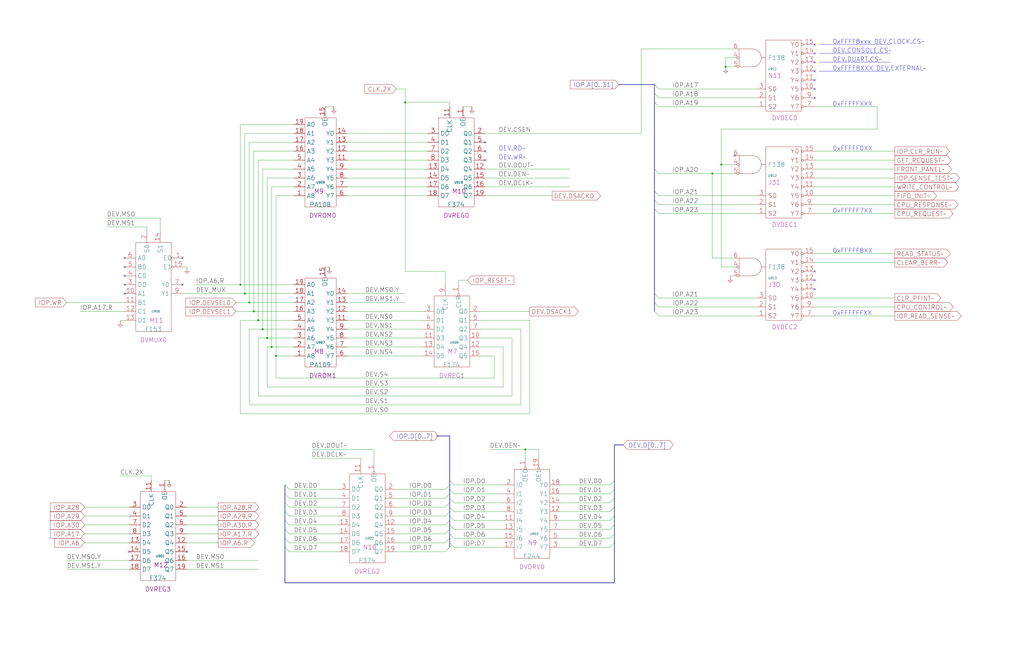
<source format=kicad_sch>
(kicad_sch (version 20230121) (generator eeschema)
  (paper "User" 584.2 378.46)
  (title_block (title "DEVICES\\nINTERFACE LOGIC") (date "22-SEP-90") (rev "2.0") (comment 1 "IOC") (comment 2 "232-003061") (comment 3 "S400") (comment 4 "RELEASED"))
  (lib_symbols
    (symbol "r1000:F138" (pin_names (offset 1.016) hide)
      (property "Reference" "U" (at 1.27 3.81 0))
      (property "Value" "F138" (at -1.27 10.16 0))
      (property "Location" "___" (at -1.27 0 0))
      (property "Name" "______" (at 8.255 -24.13 0))
      (symbol "F138_0_0"
        (arc (start -10.16 5.08) (mid -6.5679 6.5679) (end -5.08 10.16) (stroke (width 0.1524)))
        (arc (start -5.08 10.16) (mid -6.5679 13.7521) (end -10.16 15.24) (stroke (width 0.1524)))
        (polyline (pts (xy -17.78 5.08) (xy -10.16 5.08)) (stroke (width 0.1524)))
        (polyline (pts (xy -17.78 15.24) (xy -10.16 15.24)) (stroke (width 0.1524)))
      )
      (symbol "F138_0_1"
        (circle (center -18.415 5.08) (radius 0.635) (stroke (width 0.1524)))
        (circle (center -18.415 10.16) (radius 0.635) (stroke (width 0.1524)))
        (rectangle (start -2.54 20.32) (end 17.78 -20.32) (stroke (width 0.1524)))
        (polyline (pts (xy -19.05 15.24) (xy -17.78 15.24)) (stroke (width 0.1524)))
        (polyline (pts (xy -17.78 15.24) (xy -17.78 5.08)) (stroke (width 0.1524)))
        (polyline (pts (xy -2.54 10.16) (xy -5.08 10.16)) (stroke (width 0.1524)))
      )
      (symbol "F138_1_1"
        (circle (center 18.415 -17.78) (radius 0.635))
        (circle (center 18.415 -12.7) (radius 0.635))
        (circle (center 18.415 -7.62) (radius 0.635))
        (circle (center 18.415 -2.54) (radius 0.635))
        (circle (center 18.415 2.54) (radius 0.635))
        (circle (center 18.415 7.62) (radius 0.635))
        (circle (center 18.415 12.7) (radius 0.635))
        (circle (center 18.415 17.78) (radius 0.635))
        (text "0" (at 2.54 -7.62 0) (effects (font (size 2.54 2.54))))
        (text "0" (at 15.24 17.78 0) (effects (font (size 2.54 2.54))))
        (text "1" (at 2.54 -12.7 0) (effects (font (size 2.54 2.54))))
        (text "1" (at 15.24 12.7 0) (effects (font (size 2.54 2.54))))
        (text "2" (at 2.54 -17.78 0) (effects (font (size 2.54 2.54))))
        (text "2" (at 15.24 7.62 0) (effects (font (size 2.54 2.54))))
        (text "3" (at 15.24 2.54 0) (effects (font (size 2.54 2.54))))
        (text "4" (at 15.24 -2.54 0) (effects (font (size 2.54 2.54))))
        (text "5" (at 15.24 -7.62 0) (effects (font (size 2.54 2.54))))
        (text "6" (at 15.24 -12.7 0) (effects (font (size 2.54 2.54))))
        (text "7" (at 15.24 -17.78 0) (effects (font (size 2.54 2.54))))
        (text "S" (at 0 -17.78 0) (effects (font (size 2.54 2.54))))
        (text "S" (at 0 -12.7 0) (effects (font (size 2.54 2.54))))
        (text "S" (at 0 -7.62 0) (effects (font (size 2.54 2.54))))
        (text "Y" (at 12.7 -17.78 0) (effects (font (size 2.54 2.54))))
        (text "Y" (at 12.7 -12.7 0) (effects (font (size 2.54 2.54))))
        (text "Y" (at 12.7 -7.62 0) (effects (font (size 2.54 2.54))))
        (text "Y" (at 12.7 -2.54 0) (effects (font (size 2.54 2.54))))
        (text "Y" (at 12.7 2.54 0) (effects (font (size 2.54 2.54))))
        (text "Y" (at 12.7 7.62 0) (effects (font (size 2.54 2.54))))
        (text "Y" (at 12.7 12.7 0) (effects (font (size 2.54 2.54))))
        (text "Y" (at 12.7 17.78 0) (effects (font (size 2.54 2.54))))
        (pin input line (at -7.62 -17.78 0) (length 5.08) (name "S2") (number "1"))
        (pin output line (at 25.4 -7.62 180) (length 6.35) (name "Y5_") (number "10"))
        (pin output line (at 25.4 -2.54 180) (length 6.35) (name "Y4_") (number "11"))
        (pin output line (at 25.4 2.54 180) (length 6.35) (name "Y3_") (number "12"))
        (pin output line (at 25.4 7.62 180) (length 6.35) (name "Y2_") (number "13"))
        (pin output line (at 25.4 12.7 180) (length 6.35) (name "Y1_") (number "14"))
        (pin output line (at 25.4 17.78 180) (length 6.35) (name "Y0_") (number "15"))
        (pin input line (at -7.62 -12.7 0) (length 5.08) (name "S1") (number "2"))
        (pin input line (at -7.62 -7.62 0) (length 5.08) (name "S0") (number "3"))
        (pin input line (at -20.32 10.16 0) (length 1.27) (name "D1") (number "4"))
        (pin input line (at -20.32 5.08 0) (length 1.27) (name "D2") (number "5"))
        (pin input line (at -20.32 15.24 0) (length 1.27) (name "D0") (number "6"))
        (pin output line (at 25.4 -17.78 180) (length 6.35) (name "Y7_") (number "7"))
        (pin output line (at 25.4 -12.7 180) (length 6.35) (name "Y6_") (number "9"))
      )
    )
    (symbol "r1000:F153" (pin_names (offset 1.016))
      (property "Reference" "U" (at 2.54 5.08 0))
      (property "Value" "F153" (at -3.81 -5.08 0))
      (property "Location" "___" (at -1.27 0 0))
      (property "Name" "______" (at 1.27 -12.7 0))
      (symbol "F153_1_1"
        (rectangle (start -8.89 44.45) (end 11.43 -6.35))
        (circle (center 12.065 30.48) (radius 0.635))
        (circle (center 12.065 35.56) (radius 0.635))
        (pin input line (at 17.78 35.56 180) (length 5.08) (name "E0") (number "1"))
        (pin input line (at -15.24 15.24 0) (length 6.35) (name "A1") (number "10"))
        (pin input line (at -15.24 10.16 0) (length 6.35) (name "B1") (number "11"))
        (pin input line (at -15.24 5.08 0) (length 6.35) (name "C1") (number "12"))
        (pin input line (at -15.24 0 0) (length 6.35) (name "D1") (number "13"))
        (pin input line (at 5.08 50.8 270) (length 6.35) (name "S1") (number "14"))
        (pin input line (at 17.78 30.48 180) (length 5.08) (name "E1") (number "15"))
        (pin input line (at -2.54 50.8 270) (length 6.35) (name "S0") (number "2"))
        (pin input line (at -15.24 20.32 0) (length 6.35) (name "D0") (number "3"))
        (pin input line (at -15.24 25.4 0) (length 6.35) (name "C0") (number "4"))
        (pin input line (at -15.24 30.48 0) (length 6.35) (name "B0") (number "5"))
        (pin input line (at -15.24 35.56 0) (length 6.35) (name "A0") (number "6"))
        (pin output line (at 17.78 20.32 180) (length 6.35) (name "Y0") (number "7"))
        (pin output line (at 17.78 15.24 180) (length 6.35) (name "Y1") (number "9"))
      )
    )
    (symbol "r1000:F174" (pin_names (offset 1.016))
      (property "Reference" "U" (at 2.54 5.08 0))
      (property "Value" "F174" (at -3.81 -7.62 0))
      (property "Location" "___" (at -1.27 0 0))
      (property "Name" "______" (at 1.27 -15.24 0))
      (symbol "F174_1_1"
        (rectangle (start -8.89 31.75) (end 11.43 -8.89))
        (circle (center 5.08 32.385) (radius 0.635))
        (pin input line (at 5.08 38.1 270) (length 5.08) (name "CLR") (number "1"))
        (pin output line (at 17.78 7.62 180) (length 6.35) (name "Q3") (number "10"))
        (pin input line (at -15.24 7.62 0) (length 6.35) (name "D3") (number "11"))
        (pin output line (at 17.78 2.54 180) (length 6.35) (name "Q4") (number "12"))
        (pin input line (at -15.24 2.54 0) (length 6.35) (name "D4") (number "13"))
        (pin input line (at -15.24 -2.54 0) (length 6.35) (name "D5") (number "14"))
        (pin output line (at 17.78 -2.54 180) (length 6.35) (name "Q5") (number "15"))
        (pin output line (at 17.78 22.86 180) (length 6.35) (name "Q0") (number "2"))
        (pin input line (at -15.24 22.86 0) (length 6.35) (name "D0") (number "3"))
        (pin input line (at -15.24 17.78 0) (length 6.35) (name "D1") (number "4"))
        (pin output line (at 17.78 17.78 180) (length 6.35) (name "Q1") (number "5"))
        (pin input line (at -15.24 12.7 0) (length 6.35) (name "D2") (number "6"))
        (pin output line (at 17.78 12.7 180) (length 6.35) (name "Q2") (number "7"))
        (pin input line (at -2.54 38.1 270) (length 6.35) (name "CLK") (number "9"))
      )
    )
    (symbol "r1000:F244" (pin_names (offset 1.016))
      (property "Reference" "U" (at 2.54 5.08 0))
      (property "Value" "F244" (at -3.81 -7.62 0))
      (property "Location" "___" (at -1.27 0 0))
      (property "Name" "______" (at 1.27 -15.24 0))
      (symbol "F244_1_1"
        (rectangle (start -8.89 41.91) (end 11.43 -8.89))
        (circle (center -2.54 42.545) (radius 0.635))
        (circle (center 5.08 42.545) (radius 0.635))
        (pin input line (at -2.54 48.26 270) (length 5.08) (name "OE0") (number "1"))
        (pin input line (at -15.24 12.7 0) (length 6.35) (name "I4") (number "11"))
        (pin tri_state line (at 17.78 17.78 180) (length 6.35) (name "Y3") (number "12"))
        (pin input line (at -15.24 7.62 0) (length 6.35) (name "I5") (number "13"))
        (pin tri_state line (at 17.78 22.86 180) (length 6.35) (name "Y2") (number "14"))
        (pin input line (at -15.24 2.54 0) (length 6.35) (name "I6") (number "15"))
        (pin tri_state line (at 17.78 27.94 180) (length 6.35) (name "Y1") (number "16"))
        (pin input line (at -15.24 -2.54 0) (length 6.35) (name "I7") (number "17"))
        (pin tri_state line (at 17.78 33.02 180) (length 6.35) (name "Y0") (number "18"))
        (pin input line (at 5.08 48.26 270) (length 5.08) (name "OE1") (number "19"))
        (pin input line (at -15.24 33.02 0) (length 6.35) (name "I0") (number "2"))
        (pin tri_state line (at 17.78 -2.54 180) (length 6.35) (name "Y7") (number "3"))
        (pin input line (at -15.24 27.94 0) (length 6.35) (name "I1") (number "4"))
        (pin tri_state line (at 17.78 2.54 180) (length 6.35) (name "Y6") (number "5"))
        (pin input line (at -15.24 22.86 0) (length 6.35) (name "I2") (number "6"))
        (pin tri_state line (at 17.78 7.62 180) (length 6.35) (name "Y5") (number "7"))
        (pin input line (at -15.24 17.78 0) (length 6.35) (name "I3") (number "8"))
        (pin tri_state line (at 17.78 12.7 180) (length 6.35) (name "Y4") (number "9"))
      )
    )
    (symbol "r1000:F374" (pin_names (offset 1.016))
      (property "Reference" "U" (at 2.54 5.08 0))
      (property "Value" "F374" (at -3.81 -7.62 0))
      (property "Location" "___" (at -1.27 0 0))
      (property "Name" "______" (at 1.27 -15.24 0))
      (symbol "F374_1_1"
        (rectangle (start -8.89 41.91) (end 11.43 -8.89))
        (circle (center 5.08 42.545) (radius 0.635))
        (pin input line (at 5.08 48.26 270) (length 5.08) (name "OE") (number "1"))
        (pin input line (at -2.54 48.26 270) (length 6.35) (name "CLK") (number "11"))
        (pin tri_state line (at 17.78 12.7 180) (length 6.35) (name "Q4") (number "12"))
        (pin input line (at -15.24 12.7 0) (length 6.35) (name "D4") (number "13"))
        (pin input line (at -15.24 7.62 0) (length 6.35) (name "D5") (number "14"))
        (pin tri_state line (at 17.78 7.62 180) (length 6.35) (name "Q5") (number "15"))
        (pin tri_state line (at 17.78 2.54 180) (length 6.35) (name "Q6") (number "16"))
        (pin input line (at -15.24 2.54 0) (length 6.35) (name "D6") (number "17"))
        (pin input line (at -15.24 -2.54 0) (length 6.35) (name "D7") (number "18"))
        (pin tri_state line (at 17.78 -2.54 180) (length 6.35) (name "Q7") (number "19"))
        (pin tri_state line (at 17.78 33.02 180) (length 6.35) (name "Q0") (number "2"))
        (pin input line (at -15.24 33.02 0) (length 6.35) (name "D0") (number "3"))
        (pin input line (at -15.24 27.94 0) (length 6.35) (name "D1") (number "4"))
        (pin tri_state line (at 17.78 27.94 180) (length 6.35) (name "Q1") (number "5"))
        (pin tri_state line (at 17.78 22.86 180) (length 6.35) (name "Q2") (number "6"))
        (pin input line (at -15.24 22.86 0) (length 6.35) (name "D2") (number "7"))
        (pin input line (at -15.24 17.78 0) (length 6.35) (name "D3") (number "8"))
        (pin tri_state line (at 17.78 17.78 180) (length 6.35) (name "Q3") (number "9"))
      )
    )
    (symbol "r1000:PAxxx" (pin_names (offset 1.016))
      (property "Reference" "U" (at 2.54 5.08 0))
      (property "Value" "PAxxx" (at -3.81 -7.62 0))
      (property "Location" "___" (at -1.27 0 0))
      (property "Name" "______" (at 3.81 -15.24 0))
      (symbol "PAxxx_1_1"
        (rectangle (start -6.35 41.91) (end 11.43 -8.89))
        (circle (center 5.08 42.545) (radius 0.635))
        (pin input line (at -12.7 -2.54 0) (length 6.35) (name "A8") (number "1"))
        (pin tri_state line (at 17.78 17.78 180) (length 6.35) (name "Y3") (number "11"))
        (pin tri_state line (at 17.78 22.86 180) (length 6.35) (name "Y2") (number "12"))
        (pin tri_state line (at 17.78 27.94 180) (length 6.35) (name "Y1") (number "13"))
        (pin tri_state line (at 17.78 33.02 180) (length 6.35) (name "Y0") (number "14"))
        (pin input line (at 5.08 48.26 270) (length 5.08) (name "OE") (number "15"))
        (pin input line (at -12.7 22.86 0) (length 6.35) (name "A3") (number "16"))
        (pin input line (at -12.7 27.94 0) (length 6.35) (name "A2") (number "17"))
        (pin input line (at -12.7 33.02 0) (length 6.35) (name "A1") (number "18"))
        (pin input line (at -12.7 38.1 0) (length 6.35) (name "A0") (number "19"))
        (pin input line (at -12.7 2.54 0) (length 6.35) (name "A7") (number "2"))
        (pin input line (at -12.7 7.62 0) (length 6.35) (name "A6") (number "3"))
        (pin input line (at -12.7 12.7 0) (length 6.35) (name "A5") (number "4"))
        (pin input line (at -12.7 17.78 0) (length 6.35) (name "A4") (number "5"))
        (pin tri_state line (at 17.78 -2.54 180) (length 6.35) (name "Y7") (number "6"))
        (pin tri_state line (at 17.78 2.54 180) (length 6.35) (name "Y6") (number "7"))
        (pin tri_state line (at 17.78 7.62 180) (length 6.35) (name "Y5") (number "8"))
        (pin tri_state line (at 17.78 12.7 180) (length 6.35) (name "Y4") (number "9"))
      )
    )
    (symbol "r1000:PD" (power) (pin_numbers hide) (pin_names hide) (in_bom no)
      (symbol "PD_0_1"
        (polyline (pts (xy 0 -2.54) (xy 1.27 -2.54) (xy 0 -3.81) (xy -1.27 -2.54) (xy 0 -2.54)) (stroke (width 0.1524)))
      )
      (symbol "PD_1_1"
        (pin power_in line (at 0 0 270) (length 2.54) (name "PD") (number "1"))
      )
    )
  )
  (junction (at 411.48 93.98))
  (junction (at 231.14 58.42))
  (junction (at 149.86 187.96))
  (junction (at 299.72 256.54))
  (junction (at 137.16 162.56))
  (junction (at 144.78 177.8))
  (junction (at 406.4 99.06))
  (junction (at 152.4 193.04))
  (junction (at 154.94 198.12))
  (junction (at 157.48 203.2))
  (junction (at 147.32 182.88))
  (junction (at 142.24 172.72))
  (junction (at 414.02 38.1))
  (junction (at 139.7 167.64))
  (no_connect (at 71.12 147.32))
  (no_connect (at 464.82 35.56))
  (no_connect (at 464.82 25.4))
  (no_connect (at 71.12 162.56))
  (no_connect (at 464.82 50.8))
  (no_connect (at 276.86 86.36))
  (no_connect (at 106.68 314.96))
  (no_connect (at 464.82 160.02))
  (no_connect (at 71.12 152.4))
  (no_connect (at 71.12 167.64))
  (no_connect (at 104.14 147.32))
  (no_connect (at 71.12 157.48))
  (no_connect (at 104.14 162.56))
  (no_connect (at 464.82 165.1))
  (no_connect (at 73.66 314.96))
  (no_connect (at 464.82 40.64))
  (no_connect (at 276.86 81.28))
  (no_connect (at 419.1 88.9))
  (no_connect (at 464.82 55.88))
  (no_connect (at 464.82 30.48))
  (no_connect (at 464.82 154.94))
  (no_connect (at 276.86 91.44))
  (no_connect (at 464.82 45.72))
  (bus_entry (at 256.54 279.4) (size 2.54 2.54))
  (bus_entry (at 350.52 289.56) (size -2.54 2.54))
  (bus_entry (at 256.54 284.48) (size 2.54 2.54))
  (bus_entry (at 373.38 48.26) (size 2.54 2.54))
  (bus_entry (at 350.52 284.48) (size -2.54 2.54))
  (bus_entry (at 350.52 299.72) (size -2.54 2.54))
  (bus_entry (at 373.38 96.52) (size 2.54 2.54))
  (bus_entry (at 162.56 302.26) (size 2.54 2.54))
  (bus_entry (at 350.52 274.32) (size -2.54 2.54))
  (bus_entry (at 350.52 304.8) (size -2.54 2.54))
  (bus_entry (at 350.52 309.88) (size -2.54 2.54))
  (bus_entry (at 256.54 292.1) (size -2.54 2.54))
  (bus_entry (at 256.54 297.18) (size -2.54 2.54))
  (bus_entry (at 373.38 119.38) (size 2.54 2.54))
  (bus_entry (at 373.38 172.72) (size 2.54 2.54))
  (bus_entry (at 162.56 297.18) (size 2.54 2.54))
  (bus_entry (at 162.56 307.34) (size 2.54 2.54))
  (bus_entry (at 373.38 58.42) (size 2.54 2.54))
  (bus_entry (at 256.54 287.02) (size -2.54 2.54))
  (bus_entry (at 162.56 287.02) (size 2.54 2.54))
  (bus_entry (at 256.54 294.64) (size 2.54 2.54))
  (bus_entry (at 256.54 281.94) (size -2.54 2.54))
  (bus_entry (at 373.38 177.8) (size 2.54 2.54))
  (bus_entry (at 162.56 276.86) (size 2.54 2.54))
  (bus_entry (at 373.38 167.64) (size 2.54 2.54))
  (bus_entry (at 256.54 312.42) (size -2.54 2.54))
  (bus_entry (at 162.56 292.1) (size 2.54 2.54))
  (bus_entry (at 373.38 114.3) (size 2.54 2.54))
  (bus_entry (at 373.38 109.22) (size 2.54 2.54))
  (bus_entry (at 256.54 276.86) (size -2.54 2.54))
  (bus_entry (at 256.54 309.88) (size 2.54 2.54))
  (bus_entry (at 256.54 307.34) (size -2.54 2.54))
  (bus_entry (at 350.52 279.4) (size -2.54 2.54))
  (bus_entry (at 373.38 53.34) (size 2.54 2.54))
  (bus_entry (at 350.52 294.64) (size -2.54 2.54))
  (bus_entry (at 256.54 302.26) (size -2.54 2.54))
  (bus_entry (at 162.56 312.42) (size 2.54 2.54))
  (bus_entry (at 256.54 304.8) (size 2.54 2.54))
  (bus_entry (at 256.54 299.72) (size 2.54 2.54))
  (bus_entry (at 256.54 289.56) (size 2.54 2.54))
  (bus_entry (at 256.54 274.32) (size 2.54 2.54))
  (bus_entry (at 162.56 281.94) (size 2.54 2.54))
  (wire (pts (xy 411.48 152.4) (xy 419.1 152.4)))
  (wire (pts (xy 375.92 175.26) (xy 431.8 175.26)))
  (wire (pts (xy 185.42 152.4) (xy 187.96 152.4)))
  (wire (pts (xy 83.82 129.54) (xy 83.82 132.08)))
  (wire (pts (xy 142.24 81.28) (xy 142.24 172.72)))
  (wire (pts (xy 177.8 256.54) (xy 213.36 256.54)))
  (wire (pts (xy 137.16 182.88) (xy 147.32 182.88)))
  (wire (pts (xy 167.64 81.28) (xy 142.24 81.28)))
  (wire (pts (xy 375.92 50.8) (xy 431.8 50.8)))
  (wire (pts (xy 165.1 299.72) (xy 193.04 299.72)))
  (bus (pts (xy 162.56 302.26) (xy 162.56 307.34)))
  (wire (pts (xy 411.48 73.66) (xy 411.48 93.98)))
  (wire (pts (xy 231.14 154.94) (xy 231.14 58.42)))
  (wire (pts (xy 292.1 193.04) (xy 292.1 226.06)))
  (wire (pts (xy 375.92 60.96) (xy 431.8 60.96)))
  (wire (pts (xy 144.78 177.8) (xy 167.64 177.8)))
  (bus (pts (xy 162.56 297.18) (xy 162.56 302.26)))
  (wire (pts (xy 256.54 60.96) (xy 256.54 58.42)))
  (bus (pts (xy 373.38 48.26) (xy 373.38 53.34)))
  (wire (pts (xy 86.36 271.78) (xy 86.36 274.32)))
  (wire (pts (xy 147.32 193.04) (xy 152.4 193.04)))
  (bus (pts (xy 256.54 292.1) (xy 256.54 294.64)))
  (wire (pts (xy 406.4 147.32) (xy 419.1 147.32)))
  (wire (pts (xy 165.1 284.48) (xy 193.04 284.48)))
  (wire (pts (xy 411.48 93.98) (xy 419.1 93.98)))
  (wire (pts (xy 167.64 91.44) (xy 147.32 91.44)))
  (wire (pts (xy 152.4 220.98) (xy 287.02 220.98)))
  (polyline (pts (xy 467.36 35.56) (xy 508 35.56)))
  (wire (pts (xy 198.12 86.36) (xy 243.84 86.36)))
  (wire (pts (xy 38.1 325.12) (xy 73.66 325.12)))
  (wire (pts (xy 157.48 111.76) (xy 157.48 203.2)))
  (wire (pts (xy 464.82 96.52) (xy 510.54 96.52)))
  (wire (pts (xy 106.68 320.04) (xy 147.32 320.04)))
  (bus (pts (xy 256.54 297.18) (xy 256.54 299.72)))
  (wire (pts (xy 149.86 187.96) (xy 149.86 96.52)))
  (wire (pts (xy 165.1 304.8) (xy 193.04 304.8)))
  (wire (pts (xy 198.12 96.52) (xy 243.84 96.52)))
  (wire (pts (xy 60.96 129.54) (xy 83.82 129.54)))
  (wire (pts (xy 137.16 71.12) (xy 137.16 162.56)))
  (wire (pts (xy 297.18 231.14) (xy 297.18 187.96)))
  (wire (pts (xy 464.82 149.86) (xy 510.54 149.86)))
  (bus (pts (xy 256.54 284.48) (xy 256.54 287.02)))
  (wire (pts (xy 264.16 60.96) (xy 269.24 60.96)))
  (bus (pts (xy 350.52 274.32) (xy 350.52 279.4)))
  (wire (pts (xy 134.62 177.8) (xy 144.78 177.8)))
  (wire (pts (xy 375.92 55.88) (xy 431.8 55.88)))
  (wire (pts (xy 320.04 292.1) (xy 347.98 292.1)))
  (bus (pts (xy 256.54 302.26) (xy 256.54 304.8)))
  (wire (pts (xy 274.32 193.04) (xy 292.1 193.04)))
  (bus (pts (xy 256.54 307.34) (xy 256.54 309.88)))
  (wire (pts (xy 274.32 182.88) (xy 302.26 182.88)))
  (bus (pts (xy 350.52 299.72) (xy 350.52 304.8)))
  (wire (pts (xy 185.42 60.96) (xy 190.5 60.96)))
  (wire (pts (xy 406.4 99.06) (xy 406.4 147.32)))
  (wire (pts (xy 147.32 226.06) (xy 147.32 193.04)))
  (wire (pts (xy 38.1 320.04) (xy 73.66 320.04)))
  (wire (pts (xy 464.82 60.96) (xy 500.38 60.96)))
  (wire (pts (xy 198.12 91.44) (xy 243.84 91.44)))
  (wire (pts (xy 302.26 236.22) (xy 137.16 236.22)))
  (bus (pts (xy 350.52 309.88) (xy 350.52 332.74)))
  (wire (pts (xy 297.18 187.96) (xy 274.32 187.96)))
  (wire (pts (xy 416.56 157.48) (xy 419.1 157.48)))
  (wire (pts (xy 198.12 187.96) (xy 241.3 187.96)))
  (wire (pts (xy 464.82 101.6) (xy 510.54 101.6)))
  (wire (pts (xy 198.12 172.72) (xy 231.14 172.72)))
  (wire (pts (xy 226.06 279.4) (xy 254 279.4)))
  (wire (pts (xy 276.86 101.6) (xy 325.12 101.6)))
  (polyline (pts (xy 467.36 40.64) (xy 508 40.64)))
  (wire (pts (xy 302.26 182.88) (xy 302.26 236.22)))
  (wire (pts (xy 320.04 281.94) (xy 347.98 281.94)))
  (wire (pts (xy 134.62 172.72) (xy 142.24 172.72)))
  (wire (pts (xy 276.86 111.76) (xy 314.96 111.76)))
  (wire (pts (xy 274.32 203.2) (xy 281.94 203.2)))
  (wire (pts (xy 320.04 276.86) (xy 347.98 276.86)))
  (wire (pts (xy 139.7 167.64) (xy 139.7 76.2)))
  (bus (pts (xy 373.38 172.72) (xy 373.38 177.8)))
  (wire (pts (xy 142.24 172.72) (xy 167.64 172.72)))
  (wire (pts (xy 198.12 198.12) (xy 241.3 198.12)))
  (wire (pts (xy 147.32 182.88) (xy 167.64 182.88)))
  (wire (pts (xy 276.86 106.68) (xy 325.12 106.68)))
  (wire (pts (xy 157.48 215.9) (xy 157.48 203.2)))
  (wire (pts (xy 167.64 187.96) (xy 149.86 187.96)))
  (bus (pts (xy 373.38 167.64) (xy 373.38 172.72)))
  (bus (pts (xy 256.54 248.92) (xy 256.54 274.32)))
  (bus (pts (xy 162.56 276.86) (xy 162.56 281.94)))
  (wire (pts (xy 287.02 220.98) (xy 287.02 198.12)))
  (wire (pts (xy 414.02 38.1) (xy 419.1 38.1)))
  (wire (pts (xy 38.1 172.72) (xy 71.12 172.72)))
  (wire (pts (xy 464.82 91.44) (xy 510.54 91.44)))
  (wire (pts (xy 144.78 177.8) (xy 144.78 86.36)))
  (wire (pts (xy 281.94 203.2) (xy 281.94 215.9)))
  (wire (pts (xy 226.06 314.96) (xy 254 314.96)))
  (wire (pts (xy 198.12 101.6) (xy 243.84 101.6)))
  (wire (pts (xy 154.94 106.68) (xy 167.64 106.68)))
  (wire (pts (xy 104.14 152.4) (xy 106.68 152.4)))
  (wire (pts (xy 464.82 111.76) (xy 510.54 111.76)))
  (bus (pts (xy 350.52 254) (xy 355.6 254)))
  (wire (pts (xy 231.14 58.42) (xy 256.54 58.42)))
  (wire (pts (xy 106.68 304.8) (xy 124.46 304.8)))
  (wire (pts (xy 93.98 274.32) (xy 96.52 274.32)))
  (wire (pts (xy 167.64 198.12) (xy 154.94 198.12)))
  (wire (pts (xy 411.48 93.98) (xy 411.48 152.4)))
  (wire (pts (xy 464.82 121.92) (xy 510.54 121.92)))
  (wire (pts (xy 365.76 76.2) (xy 276.86 76.2)))
  (wire (pts (xy 254 154.94) (xy 231.14 154.94)))
  (bus (pts (xy 162.56 312.42) (xy 162.56 332.74)))
  (wire (pts (xy 414.02 33.02) (xy 414.02 38.1)))
  (wire (pts (xy 231.14 58.42) (xy 231.14 50.8)))
  (wire (pts (xy 419.1 33.02) (xy 414.02 33.02)))
  (wire (pts (xy 226.06 309.88) (xy 254 309.88)))
  (bus (pts (xy 350.52 304.8) (xy 350.52 309.88)))
  (bus (pts (xy 162.56 281.94) (xy 162.56 287.02)))
  (wire (pts (xy 375.92 180.34) (xy 431.8 180.34)))
  (wire (pts (xy 320.04 297.18) (xy 347.98 297.18)))
  (bus (pts (xy 248.92 248.92) (xy 256.54 248.92)))
  (bus (pts (xy 350.52 279.4) (xy 350.52 284.48)))
  (wire (pts (xy 68.58 271.78) (xy 86.36 271.78)))
  (wire (pts (xy 198.12 167.64) (xy 231.14 167.64)))
  (bus (pts (xy 350.52 284.48) (xy 350.52 289.56)))
  (wire (pts (xy 226.06 299.72) (xy 254 299.72)))
  (bus (pts (xy 373.38 96.52) (xy 373.38 109.22)))
  (wire (pts (xy 226.06 294.64) (xy 254 294.64)))
  (wire (pts (xy 198.12 182.88) (xy 241.3 182.88)))
  (wire (pts (xy 464.82 106.68) (xy 510.54 106.68)))
  (wire (pts (xy 375.92 121.92) (xy 431.8 121.92)))
  (wire (pts (xy 152.4 101.6) (xy 152.4 193.04)))
  (bus (pts (xy 256.54 304.8) (xy 256.54 307.34)))
  (wire (pts (xy 299.72 256.54) (xy 307.34 256.54)))
  (wire (pts (xy 375.92 116.84) (xy 431.8 116.84)))
  (wire (pts (xy 106.68 309.88) (xy 124.46 309.88)))
  (wire (pts (xy 500.38 60.96) (xy 500.38 73.66)))
  (wire (pts (xy 111.76 162.56) (xy 137.16 162.56)))
  (wire (pts (xy 154.94 198.12) (xy 152.4 198.12)))
  (wire (pts (xy 259.08 276.86) (xy 287.02 276.86)))
  (bus (pts (xy 162.56 292.1) (xy 162.56 297.18)))
  (wire (pts (xy 165.1 294.64) (xy 193.04 294.64)))
  (wire (pts (xy 259.08 292.1) (xy 287.02 292.1)))
  (wire (pts (xy 259.08 281.94) (xy 287.02 281.94)))
  (wire (pts (xy 406.4 99.06) (xy 419.1 99.06)))
  (wire (pts (xy 142.24 231.14) (xy 297.18 231.14)))
  (wire (pts (xy 261.62 160.02) (xy 266.7 160.02)))
  (wire (pts (xy 259.08 307.34) (xy 287.02 307.34)))
  (wire (pts (xy 167.64 71.12) (xy 137.16 71.12)))
  (wire (pts (xy 279.4 256.54) (xy 299.72 256.54)))
  (bus (pts (xy 256.54 309.88) (xy 256.54 312.42)))
  (wire (pts (xy 464.82 86.36) (xy 510.54 86.36)))
  (bus (pts (xy 162.56 332.74) (xy 350.52 332.74)))
  (wire (pts (xy 464.82 180.34) (xy 510.54 180.34)))
  (bus (pts (xy 162.56 307.34) (xy 162.56 312.42)))
  (bus (pts (xy 256.54 294.64) (xy 256.54 297.18)))
  (wire (pts (xy 226.06 284.48) (xy 254 284.48)))
  (wire (pts (xy 152.4 193.04) (xy 167.64 193.04)))
  (wire (pts (xy 198.12 76.2) (xy 243.84 76.2)))
  (wire (pts (xy 106.68 325.12) (xy 147.32 325.12)))
  (wire (pts (xy 261.62 160.02) (xy 261.62 162.56)))
  (wire (pts (xy 464.82 144.78) (xy 510.54 144.78)))
  (wire (pts (xy 299.72 256.54) (xy 299.72 261.62)))
  (wire (pts (xy 205.74 261.62) (xy 205.74 264.16)))
  (wire (pts (xy 375.92 99.06) (xy 406.4 99.06)))
  (wire (pts (xy 320.04 287.02) (xy 347.98 287.02)))
  (wire (pts (xy 149.86 187.96) (xy 142.24 187.96)))
  (wire (pts (xy 375.92 170.18) (xy 431.8 170.18)))
  (wire (pts (xy 106.68 299.72) (xy 124.46 299.72)))
  (bus (pts (xy 256.54 274.32) (xy 256.54 276.86)))
  (wire (pts (xy 157.48 203.2) (xy 167.64 203.2)))
  (bus (pts (xy 162.56 287.02) (xy 162.56 292.1)))
  (wire (pts (xy 213.36 256.54) (xy 213.36 264.16)))
  (wire (pts (xy 154.94 198.12) (xy 154.94 106.68)))
  (wire (pts (xy 259.08 287.02) (xy 287.02 287.02)))
  (bus (pts (xy 350.52 294.64) (xy 350.52 299.72)))
  (wire (pts (xy 165.1 309.88) (xy 193.04 309.88)))
  (bus (pts (xy 373.38 119.38) (xy 373.38 167.64)))
  (wire (pts (xy 177.8 261.62) (xy 205.74 261.62)))
  (wire (pts (xy 68.58 182.88) (xy 71.12 182.88)))
  (wire (pts (xy 106.68 294.64) (xy 124.46 294.64)))
  (wire (pts (xy 60.96 124.46) (xy 91.44 124.46)))
  (wire (pts (xy 139.7 167.64) (xy 167.64 167.64)))
  (bus (pts (xy 373.38 53.34) (xy 373.38 58.42)))
  (wire (pts (xy 259.08 312.42) (xy 287.02 312.42)))
  (bus (pts (xy 256.54 289.56) (xy 256.54 292.1)))
  (wire (pts (xy 48.26 304.8) (xy 73.66 304.8)))
  (wire (pts (xy 226.06 289.56) (xy 254 289.56)))
  (wire (pts (xy 198.12 106.68) (xy 243.84 106.68)))
  (wire (pts (xy 106.68 289.56) (xy 124.46 289.56)))
  (wire (pts (xy 48.26 299.72) (xy 73.66 299.72)))
  (bus (pts (xy 256.54 281.94) (xy 256.54 284.48)))
  (wire (pts (xy 276.86 96.52) (xy 325.12 96.52)))
  (bus (pts (xy 256.54 279.4) (xy 256.54 281.94)))
  (wire (pts (xy 274.32 177.8) (xy 302.26 177.8)))
  (wire (pts (xy 104.14 167.64) (xy 139.7 167.64)))
  (wire (pts (xy 287.02 198.12) (xy 274.32 198.12)))
  (wire (pts (xy 259.08 297.18) (xy 287.02 297.18)))
  (wire (pts (xy 254 162.56) (xy 254 154.94)))
  (wire (pts (xy 375.92 111.76) (xy 431.8 111.76)))
  (bus (pts (xy 256.54 276.86) (xy 256.54 279.4)))
  (wire (pts (xy 142.24 187.96) (xy 142.24 231.14)))
  (wire (pts (xy 281.94 215.9) (xy 157.48 215.9)))
  (wire (pts (xy 152.4 198.12) (xy 152.4 220.98)))
  (wire (pts (xy 48.26 294.64) (xy 73.66 294.64)))
  (wire (pts (xy 48.26 289.56) (xy 73.66 289.56)))
  (wire (pts (xy 320.04 302.26) (xy 347.98 302.26)))
  (wire (pts (xy 226.06 304.8) (xy 254 304.8)))
  (wire (pts (xy 500.38 73.66) (xy 411.48 73.66)))
  (polyline (pts (xy 467.36 25.4) (xy 508 25.4)))
  (wire (pts (xy 165.1 279.4) (xy 193.04 279.4)))
  (wire (pts (xy 292.1 226.06) (xy 147.32 226.06)))
  (bus (pts (xy 373.38 109.22) (xy 373.38 114.3)))
  (wire (pts (xy 165.1 289.56) (xy 193.04 289.56)))
  (wire (pts (xy 165.1 314.96) (xy 193.04 314.96)))
  (wire (pts (xy 198.12 193.04) (xy 241.3 193.04)))
  (bus (pts (xy 353.06 48.26) (xy 373.38 48.26)))
  (wire (pts (xy 231.14 50.8) (xy 226.06 50.8)))
  (wire (pts (xy 419.1 27.94) (xy 365.76 27.94)))
  (wire (pts (xy 198.12 111.76) (xy 243.84 111.76)))
  (bus (pts (xy 350.52 289.56) (xy 350.52 294.64)))
  (wire (pts (xy 91.44 124.46) (xy 91.44 132.08)))
  (wire (pts (xy 365.76 27.94) (xy 365.76 76.2)))
  (bus (pts (xy 256.54 299.72) (xy 256.54 302.26)))
  (wire (pts (xy 464.82 116.84) (xy 510.54 116.84)))
  (bus (pts (xy 256.54 287.02) (xy 256.54 289.56)))
  (wire (pts (xy 45.72 177.8) (xy 71.12 177.8)))
  (wire (pts (xy 307.34 256.54) (xy 307.34 261.62)))
  (wire (pts (xy 464.82 170.18) (xy 510.54 170.18)))
  (wire (pts (xy 149.86 96.52) (xy 167.64 96.52)))
  (wire (pts (xy 320.04 312.42) (xy 347.98 312.42)))
  (bus (pts (xy 373.38 114.3) (xy 373.38 119.38)))
  (wire (pts (xy 137.16 162.56) (xy 167.64 162.56)))
  (wire (pts (xy 198.12 203.2) (xy 241.3 203.2)))
  (wire (pts (xy 147.32 91.44) (xy 147.32 182.88)))
  (wire (pts (xy 137.16 236.22) (xy 137.16 182.88)))
  (bus (pts (xy 350.52 254) (xy 350.52 274.32)))
  (bus (pts (xy 373.38 58.42) (xy 373.38 96.52)))
  (wire (pts (xy 464.82 175.26) (xy 510.54 175.26)))
  (wire (pts (xy 198.12 81.28) (xy 243.84 81.28)))
  (wire (pts (xy 144.78 86.36) (xy 167.64 86.36)))
  (wire (pts (xy 198.12 177.8) (xy 241.3 177.8)))
  (wire (pts (xy 48.26 309.88) (xy 73.66 309.88)))
  (wire (pts (xy 259.08 302.26) (xy 287.02 302.26)))
  (wire (pts (xy 320.04 307.34) (xy 347.98 307.34)))
  (polyline (pts (xy 467.36 30.48) (xy 508 30.48)))
  (wire (pts (xy 139.7 76.2) (xy 167.64 76.2)))
  (wire (pts (xy 167.64 111.76) (xy 157.48 111.76)))
  (wire (pts (xy 167.64 101.6) (xy 152.4 101.6)))
  (text "DEV.WR~" (at 284.48 91.44 0) (effects (font (size 2.54 2.54)) (justify left bottom)))
  (text "0xFFFFFXXX" (at 474.98 60.96 0) (effects (font (size 2.54 2.54)) (justify left bottom)))
  (text "DEV.DUART.CS~" (at 474.98 35.56 0) (effects (font (size 2.54 2.54)) (justify left bottom)))
  (text "0xFFFFF7XX" (at 474.98 121.92 0) (effects (font (size 2.54 2.54)) (justify left bottom)))
  (text "DEV.RD~" (at 284.48 86.36 0) (effects (font (size 2.54 2.54)) (justify left bottom)))
  (text "0xFFFFF0XX" (at 474.98 86.36 0) (effects (font (size 2.54 2.54)) (justify left bottom)))
  (text "DEV.CONSOLE.CS~" (at 474.98 30.48 0) (effects (font (size 2.54 2.54)) (justify left bottom)))
  (text "0xFFFF8xxx DEV.CLOCK.CS~" (at 474.98 25.4 0) (effects (font (size 2.54 2.54)) (justify left bottom)))
  (text "0xFFFFF8XX" (at 474.98 144.78 0) (effects (font (size 2.54 2.54)) (justify left bottom)))
  (text "0xFFFFBXXX DEV.EXTERNAL~" (at 474.98 40.64 0) (effects (font (size 2.54 2.54)) (justify left bottom)))
  (text "0xFFFFFFXX" (at 474.98 180.34 0) (effects (font (size 2.54 2.54)) (justify left bottom)))
  (label "DEV.MS0.Y" (at 38.1 320.04 0) (effects (font (size 2.54 2.54))))
  (label "DEV.S4" (at 208.28 215.9 0) (effects (font (size 2.54 2.54))))
  (label "IOP.D3" (at 233.68 294.64 0) (effects (font (size 2.54 2.54))))
  (label "IOP.D3" (at 264.16 292.1 0) (effects (font (size 2.54 2.54))))
  (label "DEV.D4" (at 167.64 299.72 0) (effects (font (size 2.54 2.54))))
  (label "IOP.D7" (at 233.68 314.96 0) (effects (font (size 2.54 2.54))))
  (label "DEV.DOUT~" (at 177.8 256.54 0) (effects (font (size 2.54 2.54))))
  (label "IOP.D6" (at 233.68 309.88 0) (effects (font (size 2.54 2.54))))
  (label "IOP.A17.R" (at 45.72 177.8 0) (effects (font (size 2.54 2.54))))
  (label "IOP.A6.R" (at 111.76 162.56 0) (effects (font (size 2.54 2.54))))
  (label "DEV.NS0" (at 208.28 182.88 0) (effects (font (size 2.54 2.54))))
  (label "IOP.D6" (at 264.16 307.34 0) (effects (font (size 2.54 2.54))))
  (label "DEV.MS0" (at 60.96 124.46 0) (effects (font (size 2.54 2.54))))
  (label "DEV.D0" (at 167.64 279.4 0) (effects (font (size 2.54 2.54))))
  (label "IOP.D4" (at 233.68 299.72 0) (effects (font (size 2.54 2.54))))
  (label "DEV.D5" (at 330.2 302.26 0) (effects (font (size 2.54 2.54))))
  (label "DEV.NS3" (at 208.28 198.12 0) (effects (font (size 2.54 2.54))))
  (label "IOP.A18" (at 383.54 55.88 0) (effects (font (size 2.54 2.54))))
  (label "IOP.D5" (at 233.68 304.8 0) (effects (font (size 2.54 2.54))))
  (label "DEV.DCLK~" (at 284.48 106.68 0) (effects (font (size 2.54 2.54))))
  (label "DEV.DCLK~" (at 177.8 261.62 0) (effects (font (size 2.54 2.54))))
  (label "IOP.A22" (at 383.54 175.26 0) (effects (font (size 2.54 2.54))))
  (label "IOP.D2" (at 264.16 287.02 0) (effects (font (size 2.54 2.54))))
  (label "IOP.A19" (at 383.54 60.96 0) (effects (font (size 2.54 2.54))))
  (label "DEV.MS1.Y" (at 208.28 172.72 0) (effects (font (size 2.54 2.54))))
  (label "DEV.D6" (at 167.64 309.88 0) (effects (font (size 2.54 2.54))))
  (label "IOP.D0" (at 264.16 276.86 0) (effects (font (size 2.54 2.54))))
  (label "DEV.NS2" (at 208.28 193.04 0) (effects (font (size 2.54 2.54))))
  (label "DEV.D3" (at 330.2 292.1 0) (effects (font (size 2.54 2.54))))
  (label "DEV.D6" (at 330.2 307.34 0) (effects (font (size 2.54 2.54))))
  (label "IOP.A23" (at 383.54 121.92 0) (effects (font (size 2.54 2.54))))
  (label "DEV.D7" (at 330.2 312.42 0) (effects (font (size 2.54 2.54))))
  (label "DEV.D2" (at 167.64 289.56 0) (effects (font (size 2.54 2.54))))
  (label "DEV.DEN~" (at 284.48 101.6 0) (effects (font (size 2.54 2.54))))
  (label "DEV.D2" (at 330.2 287.02 0) (effects (font (size 2.54 2.54))))
  (label "IOP.D1" (at 233.68 284.48 0) (effects (font (size 2.54 2.54))))
  (label "DEV.D5" (at 167.64 304.8 0) (effects (font (size 2.54 2.54))))
  (label "DEV.S1" (at 208.28 231.14 0) (effects (font (size 2.54 2.54))))
  (label "IOP.A21" (at 383.54 170.18 0) (effects (font (size 2.54 2.54))))
  (label "DEV.DEN~" (at 279.4 256.54 0) (effects (font (size 2.54 2.54))))
  (label "IOP.A22" (at 383.54 116.84 0) (effects (font (size 2.54 2.54))))
  (label "IOP.D1" (at 264.16 281.94 0) (effects (font (size 2.54 2.54))))
  (label "DEV.D1" (at 330.2 281.94 0) (effects (font (size 2.54 2.54))))
  (label "DEV.CSEN" (at 284.48 76.2 0) (effects (font (size 2.54 2.54))))
  (label "DEV.MS1" (at 111.76 325.12 0) (effects (font (size 2.54 2.54))))
  (label "DEV.D3" (at 167.64 294.64 0) (effects (font (size 2.54 2.54))))
  (label "CLK.2X" (at 68.58 271.78 0) (effects (font (size 2.54 2.54))))
  (label "IOP.D0" (at 233.68 279.4 0) (effects (font (size 2.54 2.54))))
  (label "DEV.NS1" (at 208.28 187.96 0) (effects (font (size 2.54 2.54))))
  (label "DEV.MS1.Y" (at 38.1 325.12 0) (effects (font (size 2.54 2.54))))
  (label "DEV.D7" (at 167.64 314.96 0) (effects (font (size 2.54 2.54))))
  (label "DEV.MS0.Y" (at 208.28 167.64 0) (effects (font (size 2.54 2.54))))
  (label "DEV.MS0" (at 111.76 320.04 0) (effects (font (size 2.54 2.54))))
  (label "DEV.S2" (at 208.28 226.06 0) (effects (font (size 2.54 2.54))))
  (label "DEV.MS1" (at 60.96 129.54 0) (effects (font (size 2.54 2.54))))
  (label "DEV.S0" (at 208.28 236.22 0) (effects (font (size 2.54 2.54))))
  (label "DEV.D1" (at 167.64 284.48 0) (effects (font (size 2.54 2.54))))
  (label "DEV_MUX" (at 111.76 167.64 0) (effects (font (size 2.54 2.54))))
  (label "IOP.A21" (at 383.54 111.76 0) (effects (font (size 2.54 2.54))))
  (label "IOP.A17" (at 383.54 50.8 0) (effects (font (size 2.54 2.54))))
  (label "DEV.DOUT~" (at 284.48 96.52 0) (effects (font (size 2.54 2.54))))
  (label "DEV.D0" (at 330.2 276.86 0) (effects (font (size 2.54 2.54))))
  (label "IOP.D7" (at 264.16 312.42 0) (effects (font (size 2.54 2.54))))
  (label "IOP.A20" (at 383.54 99.06 0) (effects (font (size 2.54 2.54))))
  (label "IOP.D4" (at 264.16 297.18 0) (effects (font (size 2.54 2.54))))
  (label "DEV.NS4" (at 208.28 203.2 0) (effects (font (size 2.54 2.54))))
  (label "IOP.D2" (at 233.68 289.56 0) (effects (font (size 2.54 2.54))))
  (label "IOP.A23" (at 383.54 180.34 0) (effects (font (size 2.54 2.54))))
  (label "IOP.D5" (at 264.16 302.26 0) (effects (font (size 2.54 2.54))))
  (label "DEV.S3" (at 208.28 220.98 0) (effects (font (size 2.54 2.54))))
  (label "DEV.D4" (at 330.2 297.18 0) (effects (font (size 2.54 2.54))))
  (global_label "IOP.A28" (shape input) (at 48.26 289.56 180) (effects (font (size 2.54 2.54))) (property "Intersheetrefs" "${INTERSHEET_REFS}" (at 28.4178 289.4013 0) (effects (font (size 1.905 1.905)) (justify right))))
  (global_label "GET_REQUEST~" (shape output) (at 510.54 91.44 0) (effects (font (size 2.54 2.54))) (property "Intersheetrefs" "${INTERSHEET_REFS}" (at 543.0822 91.2813 0) (effects (font (size 1.905 1.905)) (justify left))))
  (global_label "IOP.SENSE_TEST~" (shape output) (at 510.54 101.6 0) (effects (font (size 2.54 2.54))) (property "Intersheetrefs" "${INTERSHEET_REFS}" (at 547.7994 101.4413 0) (effects (font (size 1.905 1.905)) (justify left))))
  (global_label "CPU_RESPONSE~" (shape output) (at 510.54 116.84 0) (effects (font (size 2.54 2.54))) (property "Intersheetrefs" "${INTERSHEET_REFS}" (at 547.0737 116.6813 0) (effects (font (size 1.905 1.905)) (justify left))))
  (global_label "CLR_PFINT~" (shape output) (at 510.54 170.18 0) (effects (font (size 2.54 2.54))) (property "Intersheetrefs" "${INTERSHEET_REFS}" (at 537.1556 170.0213 0) (effects (font (size 1.905 1.905)) (justify left))))
  (global_label "IOP.A17" (shape input) (at 48.26 304.8 180) (effects (font (size 2.54 2.54))) (property "Intersheetrefs" "${INTERSHEET_REFS}" (at 28.4178 304.6413 0) (effects (font (size 1.905 1.905)) (justify right))))
  (global_label "IOP.CLR_RUN~" (shape output) (at 510.54 86.36 0) (effects (font (size 2.54 2.54))) (property "Intersheetrefs" "${INTERSHEET_REFS}" (at 542.1146 86.2013 0) (effects (font (size 1.905 1.905)) (justify left))))
  (global_label "IOP.A6" (shape input) (at 48.26 309.88 180) (effects (font (size 2.54 2.54))) (property "Intersheetrefs" "${INTERSHEET_REFS}" (at 30.8368 309.7213 0) (effects (font (size 1.905 1.905)) (justify right))))
  (global_label "IOP.WR" (shape input) (at 38.1 172.72 180) (effects (font (size 2.54 2.54))) (property "Intersheetrefs" "${INTERSHEET_REFS}" (at 13.6616 172.5613 0) (effects (font (size 1.905 1.905)) (justify right))))
  (global_label "CLEAR_BERR~" (shape output) (at 510.54 149.86 0) (effects (font (size 2.54 2.54))) (property "Intersheetrefs" "${INTERSHEET_REFS}" (at 541.026 149.7013 0) (effects (font (size 1.905 1.905)) (justify left))))
  (global_label "FIFO_INIT~" (shape output) (at 510.54 111.76 0) (effects (font (size 2.54 2.54))) (property "Intersheetrefs" "${INTERSHEET_REFS}" (at 534.7365 111.6013 0) (effects (font (size 1.905 1.905)) (justify left))))
  (global_label "IOP.A28.R" (shape output) (at 124.46 289.56 0) (effects (font (size 2.54 2.54))) (property "Intersheetrefs" "${INTERSHEET_REFS}" (at 148.0518 289.4013 0) (effects (font (size 1.905 1.905)) (justify left))))
  (global_label "IOP.A6.R" (shape output) (at 124.46 309.88 0) (effects (font (size 2.54 2.54))) (property "Intersheetrefs" "${INTERSHEET_REFS}" (at 145.6327 309.7213 0) (effects (font (size 1.905 1.905)) (justify left))))
  (global_label "IOP.READ_SENSE~" (shape output) (at 510.54 180.34 0) (effects (font (size 2.54 2.54))) (property "Intersheetrefs" "${INTERSHEET_REFS}" (at 548.767 180.1813 0) (effects (font (size 1.905 1.905)) (justify left))))
  (global_label "IOP.DEVSEL0" (shape input) (at 134.62 172.72 180) (effects (font (size 2.54 2.54))) (property "Intersheetrefs" "${INTERSHEET_REFS}" (at 105.5854 172.5613 0) (effects (font (size 1.905 1.905)) (justify right))))
  (global_label "READ_STATUS~" (shape output) (at 510.54 144.78 0) (effects (font (size 2.54 2.54))) (property "Intersheetrefs" "${INTERSHEET_REFS}" (at 542.5984 144.6213 0) (effects (font (size 1.905 1.905)) (justify left))))
  (global_label "CLK.2X" (shape input) (at 226.06 50.8 180) (effects (font (size 2.54 2.54))) (property "Intersheetrefs" "${INTERSHEET_REFS}" (at 201.5006 50.6413 0) (effects (font (size 1.905 1.905)) (justify right))))
  (global_label "CPU_CONTROL~" (shape output) (at 510.54 175.26 0) (effects (font (size 2.54 2.54))) (property "Intersheetrefs" "${INTERSHEET_REFS}" (at 544.2918 175.1013 0) (effects (font (size 1.905 1.905)) (justify left))))
  (global_label "DEV.DSACK1" (shape output) (at 302.26 177.8 0) (effects (font (size 2.54 2.54))) (property "Intersheetrefs" "${INTERSHEET_REFS}" (at 330.327 177.6413 0) (effects (font (size 1.905 1.905)) (justify left))))
  (global_label "WRITE_CONTROL~" (shape output) (at 510.54 106.68 0) (effects (font (size 2.54 2.54))) (property "Intersheetrefs" "${INTERSHEET_REFS}" (at 547.4365 106.5213 0) (effects (font (size 1.905 1.905)) (justify left))))
  (global_label "CPU_REQUEST~" (shape output) (at 510.54 121.92 0) (effects (font (size 2.54 2.54))) (property "Intersheetrefs" "${INTERSHEET_REFS}" (at 544.0499 121.7613 0) (effects (font (size 1.905 1.905)) (justify left))))
  (global_label "DEV.DSACK0" (shape output) (at 314.96 111.76 0) (effects (font (size 2.54 2.54))) (property "Intersheetrefs" "${INTERSHEET_REFS}" (at 343.027 111.6013 0) (effects (font (size 1.905 1.905)) (justify left))))
  (global_label "IOP.D[0..7]" (shape bidirectional) (at 250.0628 248.92 180) (effects (font (size 2.54 2.54))) (property "Intersheetrefs" "${INTERSHEET_REFS}" (at 224.052 248.7613 0) (effects (font (size 1.905 1.905)) (justify right))))
  (global_label "DEV.D[0..7]" (shape bidirectional) (at 355.6 254 0) (effects (font (size 2.54 2.54))) (property "Intersheetrefs" "${INTERSHEET_REFS}" (at 382.2156 253.8413 0) (effects (font (size 1.905 1.905)) (justify left))))
  (global_label "IOP.DEVSEL1" (shape input) (at 134.62 177.8 180) (effects (font (size 2.54 2.54))) (property "Intersheetrefs" "${INTERSHEET_REFS}" (at 105.5854 177.6413 0) (effects (font (size 1.905 1.905)) (justify right))))
  (global_label "IOP.A29" (shape input) (at 48.26 294.64 180) (effects (font (size 2.54 2.54))) (property "Intersheetrefs" "${INTERSHEET_REFS}" (at 28.4178 294.4813 0) (effects (font (size 1.905 1.905)) (justify right))))
  (global_label "IOP.A17.R" (shape output) (at 124.46 304.8 0) (effects (font (size 2.54 2.54))) (property "Intersheetrefs" "${INTERSHEET_REFS}" (at 148.0518 304.6413 0) (effects (font (size 1.905 1.905)) (justify left))))
  (global_label "IOP.A[0..31]" (shape input) (at 353.06 48.26 180) (effects (font (size 2.54 2.54))) (property "Intersheetrefs" "${INTERSHEET_REFS}" (at 324.5169 48.26 0) (effects (font (size 1.905 1.905)) (justify right))))
  (global_label "IOP.A30" (shape input) (at 48.26 299.72 180) (effects (font (size 2.54 2.54))) (property "Intersheetrefs" "${INTERSHEET_REFS}" (at 28.4178 299.5613 0) (effects (font (size 1.905 1.905)) (justify right))))
  (global_label "IOP.A29.R" (shape output) (at 124.46 294.64 0) (effects (font (size 2.54 2.54))) (property "Intersheetrefs" "${INTERSHEET_REFS}" (at 148.0518 294.4813 0) (effects (font (size 1.905 1.905)) (justify left))))
  (global_label "IOP_RESET~" (shape input) (at 266.7 160.02 0) (effects (font (size 2.54 2.54))) (property "Intersheetrefs" "${INTERSHEET_REFS}" (at 293.5575 159.8613 0) (effects (font (size 1.905 1.905)) (justify left))))
  (global_label "IOP.A30.R" (shape output) (at 124.46 299.72 0) (effects (font (size 2.54 2.54))) (property "Intersheetrefs" "${INTERSHEET_REFS}" (at 148.0518 299.5613 0) (effects (font (size 1.905 1.905)) (justify left))))
  (global_label "FRONT_PANEL~" (shape output) (at 510.54 96.52 0) (effects (font (size 2.54 2.54))) (property "Intersheetrefs" "${INTERSHEET_REFS}" (at 543.2032 96.3613 0) (effects (font (size 1.905 1.905)) (justify left))))
  (symbol (lib_id "r1000:PD") (at 190.5 60.96 0) (unit 1) (in_bom no)
    (property "Reference" "#PWR0904" (effects hide))
    (property "Value" "PD" (effects hide))
  )
  (symbol (lib_id "r1000:PD") (at 416.56 157.48 0) (unit 1) (in_bom no)
    (property "Reference" "#PWR0144" (effects hide))
    (property "Value" "PD" (effects hide))
  )
  (symbol (lib_id "r1000:F153") (at 86.36 182.88 0) (unit 1)
    (property "Reference" "U906" (at 88.9 177.8 0))
    (property "Value" "F153" (at 82.55 187.96 0) (effects (font (size 2.54 2.54)) (justify left)))
    (property "Location" "M11" (at 85.09 182.88 0) (effects (font (size 2.54 2.54)) (justify left)))
    (property "Name" "DVMUX0" (at 87.63 195.58 0) (effects (font (size 2.54 2.54)) (justify bottom)))
  )
  (symbol (lib_id "r1000:PAxxx") (at 180.34 109.22 0) (unit 1)
    (property "Reference" "U909" (at 182.88 104.14 0))
    (property "Value" "PA108" (at 176.53 116.84 0) (effects (font (size 2.54 2.54)) (justify left)))
    (property "Location" "M9" (at 179.07 109.22 0) (effects (font (size 2.54 2.54)) (justify left)))
    (property "Name" "DVROM0" (at 184.15 124.46 0) (effects (font (size 2.54 2.54)) (justify bottom)))
  )
  (symbol (lib_id "r1000:F374") (at 208.28 312.42 0) (unit 1)
    (property "Reference" "U902" (at 210.82 307.34 0))
    (property "Value" "F374" (at 204.47 320.04 0) (effects (font (size 2.54 2.54)) (justify left)))
    (property "Location" "N10" (at 207.01 312.42 0) (effects (font (size 2.54 2.54)) (justify left)))
    (property "Name" "DVREG2" (at 209.55 327.66 0) (effects (font (size 2.54 2.54)) (justify bottom)))
  )
  (symbol (lib_id "r1000:F374") (at 88.9 322.58 0) (unit 1)
    (property "Reference" "U901" (at 91.44 317.5 0))
    (property "Value" "F374" (at 85.09 330.2 0) (effects (font (size 2.54 2.54)) (justify left)))
    (property "Location" "M12" (at 87.63 322.58 0) (effects (font (size 2.54 2.54)) (justify left)))
    (property "Name" "DVREG3" (at 90.17 337.82 0) (effects (font (size 2.54 2.54)) (justify bottom)))
  )
  (symbol (lib_id "r1000:PD") (at 187.96 152.4 0) (unit 1) (in_bom no)
    (property "Reference" "#PWR0903" (effects hide))
    (property "Value" "PD" (effects hide))
  )
  (symbol (lib_id "r1000:F138") (at 439.42 162.56 0) (unit 1)
    (property "Reference" "U913" (at 440.69 158.75 0))
    (property "Value" "F138" (at 438.15 152.4 0) (effects (font (size 2.54 2.54)) (justify left)))
    (property "Location" "J30" (at 438.15 162.56 0) (effects (font (size 2.54 2.54)) (justify left)))
    (property "Name" "DVDEC2" (at 447.675 186.69 0) (effects (font (size 2.54 2.54))))
  )
  (symbol (lib_id "r1000:PAxxx") (at 180.34 200.66 0) (unit 1)
    (property "Reference" "U907" (at 182.88 195.58 0))
    (property "Value" "PA109" (at 176.53 208.28 0) (effects (font (size 2.54 2.54)) (justify left)))
    (property "Location" "M8" (at 179.07 200.66 0) (effects (font (size 2.54 2.54)) (justify left)))
    (property "Name" "DVROM1" (at 184.15 215.9 0) (effects (font (size 2.54 2.54)) (justify bottom)))
  )
  (symbol (lib_id "r1000:PD") (at 68.58 182.88 0) (unit 1) (in_bom no)
    (property "Reference" "#PWR0902" (effects hide))
    (property "Value" "PD" (effects hide))
  )
  (symbol (lib_id "r1000:F374") (at 259.08 109.22 0) (unit 1)
    (property "Reference" "U910" (at 261.62 104.14 0))
    (property "Value" "F374" (at 255.27 116.84 0) (effects (font (size 2.54 2.54)) (justify left)))
    (property "Location" "M10" (at 257.81 109.22 0) (effects (font (size 2.54 2.54)) (justify left)))
    (property "Name" "DVREG0" (at 260.35 124.46 0) (effects (font (size 2.54 2.54)) (justify bottom)))
  )
  (symbol (lib_id "r1000:F138") (at 439.42 43.18 0) (unit 1)
    (property "Reference" "U911" (at 440.69 39.37 0))
    (property "Value" "F138" (at 438.15 33.02 0) (effects (font (size 2.54 2.54)) (justify left)))
    (property "Location" "N11" (at 438.15 43.18 0) (effects (font (size 2.54 2.54)) (justify left)))
    (property "Name" "DVDEC0" (at 447.675 67.31 0) (effects (font (size 2.54 2.54))))
  )
  (symbol (lib_id "r1000:F138") (at 439.42 104.14 0) (unit 1)
    (property "Reference" "U912" (at 440.69 100.33 0))
    (property "Value" "F138" (at 438.15 93.98 0) (effects (font (size 2.54 2.54)) (justify left)))
    (property "Location" "J31" (at 438.15 104.14 0) (effects (font (size 2.54 2.54)) (justify left)))
    (property "Name" "DVDEC1" (at 447.675 128.27 0) (effects (font (size 2.54 2.54))))
  )
  (symbol (lib_id "r1000:PD") (at 269.24 60.96 0) (unit 1) (in_bom no)
    (property "Reference" "#PWR0905" (effects hide))
    (property "Value" "PD" (effects hide))
  )
  (symbol (lib_id "r1000:F174") (at 256.54 200.66 0) (unit 1)
    (property "Reference" "U908" (at 259.08 195.58 0))
    (property "Value" "F174" (at 252.73 208.28 0) (effects (font (size 2.54 2.54)) (justify left)))
    (property "Location" "M7" (at 255.27 200.66 0) (effects (font (size 2.54 2.54)) (justify left)))
    (property "Name" "DVREG1" (at 257.81 215.9 0) (effects (font (size 2.54 2.54)) (justify bottom)))
  )
  (symbol (lib_id "r1000:PD") (at 414.02 38.1 0) (unit 1) (in_bom no)
    (property "Reference" "#PWR0143" (effects hide))
    (property "Value" "PD" (effects hide))
  )
  (symbol (lib_id "r1000:PD") (at 96.52 274.32 0) (unit 1) (in_bom no)
    (property "Reference" "#PWR0901" (effects hide))
    (property "Value" "PD" (effects hide))
  )
  (symbol (lib_id "r1000:F244") (at 302.26 309.88 0) (unit 1)
    (property "Reference" "U903" (at 304.8 304.8 0))
    (property "Value" "F244" (at 298.45 317.5 0) (effects (font (size 2.54 2.54)) (justify left)))
    (property "Location" "N9" (at 300.99 309.88 0) (effects (font (size 2.54 2.54)) (justify left)))
    (property "Name" "DVDRV0" (at 303.53 325.12 0) (effects (font (size 2.54 2.54)) (justify bottom)))
  )
  (symbol (lib_id "r1000:PD") (at 106.68 152.4 0) (unit 1) (in_bom no)
    (property "Reference" "#PWR0141" (effects hide))
    (property "Value" "PD" (effects hide))
  )
)
</source>
